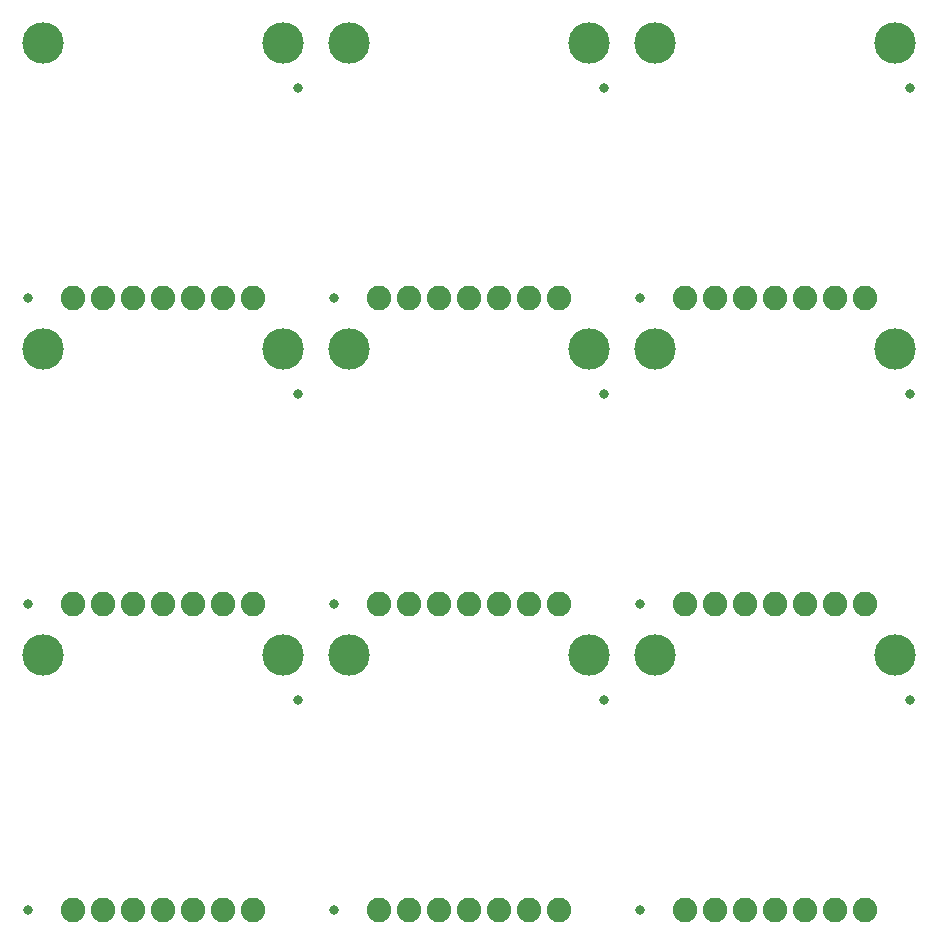
<source format=gbs>
G75*
%MOIN*%
%OFA0B0*%
%FSLAX25Y25*%
%IPPOS*%
%LPD*%
%AMOC8*
5,1,8,0,0,1.08239X$1,22.5*
%
%ADD10C,0.13800*%
%ADD11C,0.03300*%
%ADD12C,0.08200*%
D10*
X0036500Y0116500D03*
X0116500Y0116500D03*
X0138500Y0116500D03*
X0218500Y0116500D03*
X0240500Y0116500D03*
X0320500Y0116500D03*
X0320500Y0218500D03*
X0240500Y0218500D03*
X0218500Y0218500D03*
X0138500Y0218500D03*
X0116500Y0218500D03*
X0036500Y0218500D03*
X0036500Y0320500D03*
X0116500Y0320500D03*
X0138500Y0320500D03*
X0218500Y0320500D03*
X0240500Y0320500D03*
X0320500Y0320500D03*
D11*
X0031500Y0031500D03*
X0121500Y0101500D03*
X0133500Y0133500D03*
X0121500Y0203500D03*
X0133500Y0235500D03*
X0121500Y0305500D03*
X0031500Y0235500D03*
X0031500Y0133500D03*
X0133500Y0031500D03*
X0223500Y0101500D03*
X0235500Y0133500D03*
X0223500Y0203500D03*
X0235500Y0235500D03*
X0223500Y0305500D03*
X0325500Y0305500D03*
X0325500Y0203500D03*
X0325500Y0101500D03*
X0235500Y0031500D03*
D12*
X0250500Y0031500D03*
X0260500Y0031500D03*
X0270500Y0031500D03*
X0280500Y0031500D03*
X0290500Y0031500D03*
X0300500Y0031500D03*
X0310500Y0031500D03*
X0208500Y0031500D03*
X0198500Y0031500D03*
X0188500Y0031500D03*
X0178500Y0031500D03*
X0168500Y0031500D03*
X0158500Y0031500D03*
X0148500Y0031500D03*
X0106500Y0031500D03*
X0096500Y0031500D03*
X0086500Y0031500D03*
X0076500Y0031500D03*
X0066500Y0031500D03*
X0056500Y0031500D03*
X0046500Y0031500D03*
X0046500Y0133500D03*
X0056500Y0133500D03*
X0066500Y0133500D03*
X0076500Y0133500D03*
X0086500Y0133500D03*
X0096500Y0133500D03*
X0106500Y0133500D03*
X0148500Y0133500D03*
X0158500Y0133500D03*
X0168500Y0133500D03*
X0178500Y0133500D03*
X0188500Y0133500D03*
X0198500Y0133500D03*
X0208500Y0133500D03*
X0250500Y0133500D03*
X0260500Y0133500D03*
X0270500Y0133500D03*
X0280500Y0133500D03*
X0290500Y0133500D03*
X0300500Y0133500D03*
X0310500Y0133500D03*
X0310500Y0235500D03*
X0300500Y0235500D03*
X0290500Y0235500D03*
X0280500Y0235500D03*
X0270500Y0235500D03*
X0260500Y0235500D03*
X0250500Y0235500D03*
X0208500Y0235500D03*
X0198500Y0235500D03*
X0188500Y0235500D03*
X0178500Y0235500D03*
X0168500Y0235500D03*
X0158500Y0235500D03*
X0148500Y0235500D03*
X0106500Y0235500D03*
X0096500Y0235500D03*
X0086500Y0235500D03*
X0076500Y0235500D03*
X0066500Y0235500D03*
X0056500Y0235500D03*
X0046500Y0235500D03*
M02*

</source>
